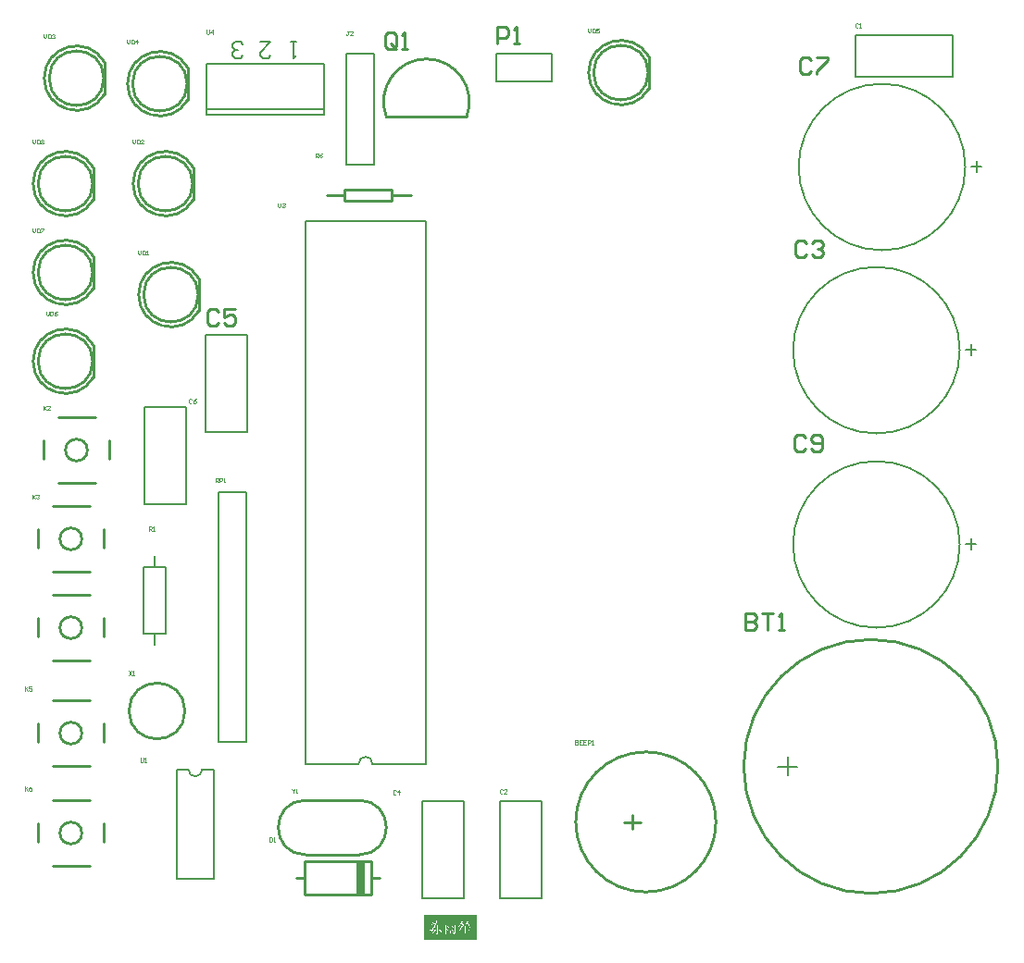
<source format=gto>
%FSLAX25Y25*%
%MOIN*%
G70*
G01*
G75*
%ADD10C,0.01200*%
%ADD11C,0.02500*%
%ADD12C,0.05800*%
%ADD13R,0.05600X0.05600*%
%ADD14C,0.07087*%
%ADD15C,0.04724*%
%ADD16C,0.07874*%
%ADD17R,0.07874X0.07874*%
%ADD18C,0.05512*%
%ADD19R,0.09843X0.07087*%
%ADD20O,0.09843X0.07087*%
%ADD21C,0.07087*%
%ADD22R,0.05906X0.05906*%
%ADD23C,0.05906*%
%ADD24R,0.07874X0.07874*%
%ADD25R,0.04724X0.04724*%
%ADD26C,0.08200*%
%ADD27R,0.05906X0.05906*%
%ADD28R,0.09843X0.07874*%
%ADD29O,0.09843X0.07874*%
%ADD30C,0.05000*%
%ADD31C,0.06000*%
%ADD32C,0.01000*%
%ADD33C,0.00787*%
%ADD34C,0.00600*%
%ADD35C,0.00300*%
%ADD36C,0.00591*%
G36*
X180304Y-48568D02*
X160994D01*
Y-39642D01*
X180304D01*
Y-48568D01*
D02*
G37*
%LPC*%
G36*
X166475Y-44637D02*
X166434Y-44701D01*
X166598Y-44853D01*
X166738Y-45006D01*
X166855Y-45146D01*
X166955Y-45281D01*
X166996Y-45339D01*
X167031Y-45392D01*
X167060Y-45444D01*
X167083Y-45485D01*
X167101Y-45514D01*
X167113Y-45538D01*
X167124Y-45555D01*
Y-45561D01*
X167154Y-45626D01*
X167177Y-45678D01*
X167200Y-45725D01*
X167224Y-45766D01*
X167247Y-45801D01*
X167271Y-45830D01*
X167306Y-45871D01*
X167335Y-45900D01*
X167358Y-45912D01*
X167370Y-45918D01*
X167376D01*
X167387Y-45912D01*
X167399Y-45900D01*
X167423Y-45871D01*
X167446Y-45836D01*
X167452Y-45830D01*
Y-45825D01*
X167481Y-45760D01*
X167499Y-45702D01*
X167505Y-45678D01*
Y-45661D01*
Y-45655D01*
Y-45649D01*
X167499Y-45585D01*
X167481Y-45520D01*
X167452Y-45456D01*
X167423Y-45403D01*
X167387Y-45351D01*
X167364Y-45316D01*
X167341Y-45286D01*
X167335Y-45281D01*
X167300Y-45239D01*
X167247Y-45193D01*
X167194Y-45146D01*
X167130Y-45093D01*
X166990Y-44988D01*
X166843Y-44883D01*
X166703Y-44789D01*
X166639Y-44748D01*
X166586Y-44707D01*
X166539Y-44678D01*
X166504Y-44655D01*
X166481Y-44643D01*
X166475Y-44637D01*
D02*
G37*
G36*
X170950Y-44690D02*
X170944D01*
X170903Y-44748D01*
X170974Y-44818D01*
X171044Y-44883D01*
X171155Y-45006D01*
X171248Y-45105D01*
X171325Y-45193D01*
X171383Y-45263D01*
X171418Y-45316D01*
X171442Y-45345D01*
X171447Y-45357D01*
X171471Y-45403D01*
X171494Y-45438D01*
X171518Y-45468D01*
X171535Y-45485D01*
X171553Y-45497D01*
X171564Y-45503D01*
X171576D01*
X171594Y-45497D01*
X171605Y-45485D01*
X171635Y-45450D01*
X171652Y-45415D01*
X171658Y-45403D01*
Y-45397D01*
X171681Y-45321D01*
X171693Y-45263D01*
X171699Y-45239D01*
Y-45222D01*
Y-45216D01*
Y-45210D01*
X171693Y-45164D01*
X171676Y-45117D01*
X171652Y-45076D01*
X171629Y-45041D01*
X171599Y-45011D01*
X171576Y-44988D01*
X171558Y-44976D01*
X171553Y-44970D01*
X171523Y-44947D01*
X171483Y-44924D01*
X171395Y-44877D01*
X171295Y-44830D01*
X171196Y-44783D01*
X171096Y-44748D01*
X171055Y-44730D01*
X171020Y-44719D01*
X170985Y-44707D01*
X170962Y-44695D01*
X170950Y-44690D01*
D02*
G37*
G36*
X165574Y-41642D02*
X165562Y-41694D01*
X165551Y-41759D01*
X165515Y-41888D01*
X165474Y-42028D01*
X165434Y-42168D01*
X165393Y-42291D01*
X165375Y-42344D01*
X165357Y-42391D01*
X165340Y-42432D01*
X165334Y-42461D01*
X165322Y-42478D01*
Y-42484D01*
X164422D01*
X164609Y-42671D01*
X164697Y-42648D01*
X164784Y-42636D01*
X164872Y-42625D01*
X164948Y-42613D01*
X165012D01*
X165065Y-42607D01*
X165281D01*
X165194Y-42823D01*
X165147Y-42923D01*
X165106Y-43016D01*
X165071Y-43104D01*
X165036Y-43186D01*
X165001Y-43262D01*
X164971Y-43327D01*
X164942Y-43391D01*
X164919Y-43444D01*
X164901Y-43490D01*
X164884Y-43525D01*
X164866Y-43555D01*
X164854Y-43578D01*
X164849Y-43590D01*
Y-43596D01*
X164813Y-43660D01*
X164784Y-43724D01*
X164749Y-43777D01*
X164720Y-43824D01*
X164661Y-43906D01*
X164609Y-43964D01*
X164568Y-44005D01*
X164533Y-44034D01*
X164509Y-44046D01*
X164503Y-44052D01*
X164778Y-44327D01*
X164925Y-44134D01*
X165890D01*
Y-45900D01*
X165884Y-45941D01*
X165878Y-45971D01*
X165866Y-45994D01*
X165855Y-46012D01*
X165825Y-46029D01*
X165820Y-46035D01*
X165796D01*
X165761Y-46041D01*
X165720Y-46035D01*
X165673D01*
X165615Y-46029D01*
X165556Y-46023D01*
X165428Y-46006D01*
X165305Y-45988D01*
X165246Y-45983D01*
X165200Y-45977D01*
X165153Y-45971D01*
X165124Y-45965D01*
X165100Y-45959D01*
X165094D01*
Y-46041D01*
X165182Y-46064D01*
X165258Y-46094D01*
X165334Y-46129D01*
X165399Y-46164D01*
X165457Y-46205D01*
X165510Y-46240D01*
X165556Y-46281D01*
X165597Y-46316D01*
X165668Y-46392D01*
X165708Y-46450D01*
X165726Y-46468D01*
X165738Y-46486D01*
X165744Y-46497D01*
Y-46503D01*
X165837Y-46456D01*
X165913Y-46409D01*
X165972Y-46374D01*
X166013Y-46339D01*
X166048Y-46310D01*
X166065Y-46287D01*
X166077Y-46275D01*
X166083Y-46269D01*
X166106Y-46228D01*
X166130Y-46176D01*
X166147Y-46076D01*
X166153Y-46029D01*
X166159Y-45994D01*
Y-45971D01*
Y-45959D01*
Y-44134D01*
X167505D01*
X167148Y-43759D01*
X166896Y-44011D01*
X166159D01*
Y-43321D01*
X166305Y-43192D01*
X165866Y-43005D01*
X165872Y-43169D01*
X165878Y-43338D01*
X165884Y-43508D01*
X165890Y-43666D01*
Y-43736D01*
Y-43806D01*
Y-43865D01*
Y-43911D01*
Y-43953D01*
Y-43988D01*
Y-44005D01*
Y-44011D01*
X164925D01*
X165042Y-43783D01*
X165159Y-43543D01*
X165270Y-43309D01*
X165322Y-43198D01*
X165369Y-43087D01*
X165410Y-42987D01*
X165451Y-42900D01*
X165486Y-42812D01*
X165515Y-42742D01*
X165539Y-42689D01*
X165556Y-42642D01*
X165568Y-42619D01*
X165574Y-42607D01*
X167458D01*
X167107Y-42233D01*
X166855Y-42484D01*
X165615D01*
X165656Y-42396D01*
X165691Y-42320D01*
X165726Y-42250D01*
X165761Y-42186D01*
X165796Y-42133D01*
X165825Y-42086D01*
X165855Y-42045D01*
X165884Y-42010D01*
X165931Y-41958D01*
X165966Y-41923D01*
X165989Y-41905D01*
X165995Y-41899D01*
X165574Y-41642D01*
D02*
G37*
G36*
X174659Y-43344D02*
X174612Y-43508D01*
X174560Y-43660D01*
X174501Y-43800D01*
X174454Y-43923D01*
X174431Y-43976D01*
X174407Y-44029D01*
X174390Y-44069D01*
X174372Y-44105D01*
X174355Y-44134D01*
X174349Y-44157D01*
X174337Y-44169D01*
Y-44175D01*
X174267Y-44309D01*
X174203Y-44426D01*
X174144Y-44526D01*
X174098Y-44602D01*
X174062Y-44666D01*
X174033Y-44707D01*
X174016Y-44736D01*
X174010Y-44742D01*
X173963Y-44813D01*
X173910Y-44877D01*
X173858Y-44947D01*
X173805Y-45011D01*
X173764Y-45064D01*
X173729Y-45105D01*
X173700Y-45134D01*
X173694Y-45146D01*
X173758Y-45187D01*
X173822Y-45134D01*
X173893Y-45076D01*
X173963Y-45011D01*
X174027Y-44947D01*
X174086Y-44888D01*
X174127Y-44842D01*
X174156Y-44813D01*
X174168Y-44801D01*
X174255Y-44701D01*
X174337Y-44608D01*
X174407Y-44514D01*
X174472Y-44432D01*
X174524Y-44362D01*
X174560Y-44309D01*
X174589Y-44274D01*
X174595Y-44268D01*
Y-44262D01*
X175835D01*
Y-45058D01*
X174449D01*
X174642Y-45245D01*
X174729Y-45222D01*
X174817Y-45210D01*
X174899Y-45199D01*
X174975Y-45187D01*
X175039D01*
X175092Y-45181D01*
X175835D01*
Y-46099D01*
X173507D01*
X173694Y-46287D01*
X173869Y-46251D01*
X173957Y-46240D01*
X174033Y-46234D01*
X174098Y-46228D01*
X178304D01*
X177906Y-45789D01*
X177531Y-46099D01*
X176127D01*
Y-45181D01*
X177654D01*
X177280Y-44783D01*
X176964Y-45058D01*
X176127D01*
Y-44262D01*
X177994D01*
X177596Y-43824D01*
X177256Y-44140D01*
X176127D01*
Y-43824D01*
X176356Y-43678D01*
X175812Y-43449D01*
X175817Y-43596D01*
X175823Y-43730D01*
X175829Y-43853D01*
X175835Y-43953D01*
Y-44029D01*
Y-44093D01*
Y-44110D01*
Y-44128D01*
Y-44134D01*
Y-44140D01*
X174642D01*
X174706Y-44034D01*
X174764Y-43947D01*
X174817Y-43871D01*
X174858Y-43812D01*
X174893Y-43765D01*
X174917Y-43730D01*
X174928Y-43707D01*
X174934Y-43701D01*
X175121Y-43637D01*
X174659Y-43344D01*
D02*
G37*
G36*
X165176Y-44450D02*
X165129Y-44584D01*
X165065Y-44719D01*
X164989Y-44853D01*
X164913Y-44982D01*
X164843Y-45093D01*
X164813Y-45140D01*
X164784Y-45181D01*
X164767Y-45216D01*
X164749Y-45239D01*
X164737Y-45257D01*
X164732Y-45263D01*
X164603Y-45432D01*
X164474Y-45590D01*
X164346Y-45725D01*
X164234Y-45848D01*
X164182Y-45900D01*
X164135Y-45947D01*
X164088Y-45988D01*
X164053Y-46018D01*
X164024Y-46047D01*
X164000Y-46064D01*
X163989Y-46076D01*
X163983Y-46082D01*
X164000Y-46164D01*
X164111Y-46105D01*
X164223Y-46029D01*
X164340Y-45941D01*
X164457Y-45848D01*
X164579Y-45743D01*
X164697Y-45632D01*
X164808Y-45520D01*
X164913Y-45409D01*
X165018Y-45298D01*
X165112Y-45193D01*
X165194Y-45099D01*
X165264Y-45017D01*
X165322Y-44947D01*
X165369Y-44894D01*
X165393Y-44859D01*
X165404Y-44848D01*
X165597Y-44742D01*
X165176Y-44450D01*
D02*
G37*
G36*
X169230Y-44602D02*
X169224D01*
X169207Y-44666D01*
X169330Y-44795D01*
X169435Y-44912D01*
X169517Y-45023D01*
X169581Y-45111D01*
X169628Y-45187D01*
X169663Y-45245D01*
X169681Y-45281D01*
X169687Y-45286D01*
Y-45292D01*
X169716Y-45351D01*
X169739Y-45392D01*
X169763Y-45421D01*
X169780Y-45438D01*
X169798Y-45450D01*
X169809Y-45462D01*
X169815D01*
X169833Y-45456D01*
X169844Y-45444D01*
X169880Y-45403D01*
X169903Y-45362D01*
X169909Y-45351D01*
Y-45345D01*
X169938Y-45263D01*
X169956Y-45199D01*
X169962Y-45175D01*
Y-45158D01*
Y-45152D01*
Y-45146D01*
X169956Y-45099D01*
X169944Y-45058D01*
X169921Y-45011D01*
X169897Y-44976D01*
X169874Y-44947D01*
X169850Y-44924D01*
X169839Y-44906D01*
X169833Y-44900D01*
X169804Y-44877D01*
X169774Y-44848D01*
X169733Y-44824D01*
X169687Y-44801D01*
X169587Y-44748D01*
X169482Y-44701D01*
X169382Y-44660D01*
X169341Y-44643D01*
X169300Y-44631D01*
X169271Y-44619D01*
X169248Y-44608D01*
X169230Y-44602D01*
D02*
G37*
G36*
X174595Y-41688D02*
X174536Y-41870D01*
X174472Y-42045D01*
X174407Y-42203D01*
X174349Y-42350D01*
X174320Y-42414D01*
X174291Y-42472D01*
X174267Y-42525D01*
X174249Y-42566D01*
X174232Y-42601D01*
X174220Y-42625D01*
X174209Y-42642D01*
Y-42648D01*
X174109Y-42823D01*
X174004Y-42999D01*
X173893Y-43163D01*
X173787Y-43309D01*
X173741Y-43373D01*
X173694Y-43438D01*
X173653Y-43490D01*
X173618Y-43531D01*
X173589Y-43572D01*
X173565Y-43596D01*
X173553Y-43613D01*
X173548Y-43619D01*
X173612Y-43683D01*
X173705Y-43602D01*
X173799Y-43514D01*
X173887Y-43426D01*
X173963Y-43344D01*
X174033Y-43274D01*
X174080Y-43221D01*
X174103Y-43198D01*
X174115Y-43180D01*
X174127Y-43174D01*
Y-43169D01*
X174220Y-43058D01*
X174302Y-42958D01*
X174372Y-42864D01*
X174431Y-42783D01*
X174478Y-42718D01*
X174507Y-42671D01*
X174530Y-42642D01*
X174536Y-42630D01*
X174805D01*
X174823Y-42654D01*
X174846Y-42689D01*
X174870Y-42730D01*
X174893Y-42771D01*
X174917Y-42812D01*
X174934Y-42847D01*
X174946Y-42864D01*
X174952Y-42876D01*
X175022Y-43028D01*
X175051Y-43098D01*
X175074Y-43163D01*
X175098Y-43221D01*
X175110Y-43262D01*
X175121Y-43291D01*
Y-43303D01*
X175127Y-43344D01*
X175139Y-43379D01*
X175151Y-43403D01*
X175162Y-43426D01*
X175180Y-43461D01*
X175203Y-43473D01*
X175226Y-43479D01*
X175238D01*
X175250Y-43473D01*
X175256D01*
X175320Y-43420D01*
X175367Y-43362D01*
X175379Y-43338D01*
X175390Y-43315D01*
X175402Y-43303D01*
Y-43297D01*
X175420Y-43256D01*
X175431Y-43221D01*
X175443Y-43192D01*
X175449Y-43169D01*
X175455Y-43145D01*
Y-43134D01*
X175449Y-43098D01*
X175437Y-43069D01*
X175402Y-42999D01*
X175384Y-42970D01*
X175367Y-42946D01*
X175355Y-42935D01*
X175349Y-42929D01*
X175303Y-42876D01*
X175244Y-42829D01*
X175180Y-42777D01*
X175110Y-42730D01*
X175051Y-42689D01*
X174998Y-42660D01*
X174963Y-42636D01*
X174957Y-42630D01*
X176104D01*
X175747Y-42233D01*
X175455Y-42507D01*
X174595D01*
X174647Y-42426D01*
X174694Y-42344D01*
X174741Y-42268D01*
X174776Y-42203D01*
X174805Y-42145D01*
X174829Y-42104D01*
X174840Y-42081D01*
X174846Y-42069D01*
X175057Y-41981D01*
X174595Y-41688D01*
D02*
G37*
G36*
X172430Y-41811D02*
X172161Y-42127D01*
X168282D01*
X168470Y-42314D01*
X168558Y-42291D01*
X168645Y-42279D01*
X168733Y-42268D01*
X168809Y-42256D01*
X168873D01*
X168926Y-42250D01*
X170359D01*
Y-43011D01*
X168973D01*
X168663Y-42841D01*
X168669Y-42952D01*
Y-43075D01*
Y-43210D01*
X168675Y-43350D01*
Y-43648D01*
Y-43795D01*
X168680Y-43941D01*
Y-44081D01*
Y-44210D01*
Y-44327D01*
Y-44426D01*
Y-44514D01*
Y-44549D01*
Y-44578D01*
Y-44602D01*
Y-44619D01*
Y-44625D01*
Y-44631D01*
Y-44853D01*
Y-45064D01*
Y-45257D01*
Y-45432D01*
X168675Y-45590D01*
Y-45737D01*
Y-45865D01*
Y-45983D01*
X168669Y-46082D01*
Y-46170D01*
Y-46240D01*
Y-46298D01*
X168663Y-46339D01*
Y-46374D01*
Y-46392D01*
Y-46398D01*
X168973Y-46228D01*
Y-43134D01*
X170359D01*
Y-43479D01*
Y-43812D01*
Y-44128D01*
X170353Y-44426D01*
Y-44707D01*
Y-44970D01*
X170348Y-45210D01*
Y-45432D01*
Y-45632D01*
X170342Y-45725D01*
Y-45807D01*
Y-45883D01*
Y-45959D01*
Y-46023D01*
Y-46082D01*
Y-46135D01*
X170336Y-46181D01*
Y-46222D01*
Y-46257D01*
Y-46281D01*
Y-46298D01*
Y-46310D01*
Y-46316D01*
X170652Y-46146D01*
X170646Y-45930D01*
Y-45696D01*
X170640Y-45450D01*
Y-45199D01*
X170634Y-44701D01*
Y-44456D01*
Y-44216D01*
X170628Y-43993D01*
Y-43789D01*
Y-43695D01*
Y-43607D01*
Y-43525D01*
Y-43444D01*
Y-43379D01*
Y-43315D01*
Y-43262D01*
Y-43215D01*
Y-43180D01*
Y-43157D01*
Y-43139D01*
Y-43134D01*
X172056D01*
Y-45713D01*
Y-45748D01*
X172050Y-45784D01*
X172021Y-45830D01*
X171980Y-45871D01*
X171933Y-45889D01*
X171880Y-45906D01*
X171834Y-45912D01*
X171793D01*
X171687Y-45906D01*
X171582Y-45900D01*
X171488Y-45895D01*
X171401Y-45889D01*
X171325Y-45883D01*
X171272D01*
X171248Y-45877D01*
X171219D01*
Y-45965D01*
X171336Y-45988D01*
X171436Y-46018D01*
X171523Y-46053D01*
X171599Y-46088D01*
X171664Y-46123D01*
X171716Y-46158D01*
X171757Y-46199D01*
X171798Y-46234D01*
X171828Y-46275D01*
X171845Y-46310D01*
X171874Y-46369D01*
X171880Y-46386D01*
X171886Y-46404D01*
Y-46415D01*
Y-46421D01*
X171974Y-46392D01*
X172044Y-46357D01*
X172108Y-46316D01*
X172161Y-46263D01*
X172208Y-46216D01*
X172249Y-46158D01*
X172278Y-46105D01*
X172301Y-46053D01*
X172331Y-45947D01*
X172337Y-45900D01*
X172343Y-45860D01*
X172348Y-45825D01*
Y-45801D01*
Y-45784D01*
Y-45778D01*
Y-43198D01*
X172518Y-43052D01*
X172161Y-42783D01*
X172015Y-43011D01*
X170628D01*
Y-42250D01*
X172810D01*
X172430Y-41811D01*
D02*
G37*
G36*
X164275D02*
X164065Y-42022D01*
X163293D01*
X162994Y-41835D01*
Y-41888D01*
X163000Y-41946D01*
Y-42010D01*
Y-42081D01*
X163006Y-42239D01*
Y-42408D01*
X163012Y-42589D01*
Y-42777D01*
Y-42970D01*
X163018Y-43157D01*
Y-43338D01*
Y-43514D01*
Y-43672D01*
Y-43806D01*
Y-43871D01*
Y-43923D01*
Y-43970D01*
Y-44011D01*
Y-44046D01*
Y-44069D01*
Y-44081D01*
Y-44087D01*
Y-44403D01*
Y-44690D01*
Y-44959D01*
X163012Y-45204D01*
Y-45427D01*
Y-45632D01*
X163006Y-45813D01*
Y-45977D01*
Y-46117D01*
X163000Y-46240D01*
Y-46339D01*
Y-46421D01*
X162994Y-46486D01*
Y-46532D01*
Y-46556D01*
Y-46567D01*
X163293Y-46398D01*
Y-42145D01*
X164088D01*
X163690Y-43490D01*
X163766Y-43578D01*
X163831Y-43660D01*
X163889Y-43742D01*
X163936Y-43818D01*
X163983Y-43894D01*
X164018Y-43964D01*
X164076Y-44093D01*
X164094Y-44151D01*
X164111Y-44198D01*
X164123Y-44245D01*
X164135Y-44280D01*
X164141Y-44309D01*
X164147Y-44333D01*
Y-44344D01*
Y-44350D01*
X164152Y-44420D01*
X164158Y-44485D01*
Y-44543D01*
Y-44596D01*
X164152Y-44643D01*
Y-44678D01*
X164141Y-44742D01*
X164123Y-44789D01*
X164111Y-44818D01*
X164100Y-44836D01*
X164094Y-44842D01*
X164059Y-44871D01*
X164018Y-44894D01*
X163977Y-44912D01*
X163942Y-44924D01*
X163907Y-44930D01*
X163877Y-44935D01*
X163854D01*
X163784Y-44930D01*
X163708Y-44924D01*
X163632Y-44912D01*
X163556Y-44894D01*
X163486Y-44877D01*
X163427Y-44865D01*
X163404Y-44859D01*
X163386D01*
X163380Y-44853D01*
X163374D01*
X163351Y-44935D01*
X163421Y-44965D01*
X163486Y-44994D01*
X163544Y-45029D01*
X163597Y-45064D01*
X163684Y-45140D01*
X163755Y-45210D01*
X163801Y-45275D01*
X163831Y-45327D01*
X163848Y-45362D01*
X163854Y-45368D01*
Y-45374D01*
X163924Y-45345D01*
X163983Y-45310D01*
X164094Y-45245D01*
X164176Y-45187D01*
X164240Y-45134D01*
X164293Y-45087D01*
X164322Y-45046D01*
X164340Y-45023D01*
X164346Y-45017D01*
X164386Y-44947D01*
X164416Y-44877D01*
X164439Y-44807D01*
X164457Y-44742D01*
X164462Y-44690D01*
X164468Y-44649D01*
X164474Y-44625D01*
Y-44614D01*
Y-44526D01*
X164457Y-44438D01*
X164439Y-44356D01*
X164410Y-44280D01*
X164386Y-44210D01*
X164363Y-44157D01*
X164346Y-44122D01*
X164340Y-44116D01*
Y-44110D01*
X164275Y-43999D01*
X164193Y-43894D01*
X164111Y-43789D01*
X164024Y-43695D01*
X163942Y-43613D01*
X163877Y-43549D01*
X163848Y-43525D01*
X163831Y-43508D01*
X163819Y-43496D01*
X163813Y-43490D01*
X164381Y-42192D01*
X164550Y-42086D01*
X164275Y-41811D01*
D02*
G37*
G36*
X169277Y-43408D02*
X169271D01*
X169224Y-43473D01*
X169347Y-43602D01*
X169453Y-43718D01*
X169540Y-43830D01*
X169611Y-43917D01*
X169663Y-43993D01*
X169698Y-44052D01*
X169722Y-44087D01*
X169728Y-44093D01*
Y-44099D01*
X169757Y-44163D01*
X169786Y-44204D01*
X169815Y-44239D01*
X169833Y-44262D01*
X169850Y-44274D01*
X169862Y-44280D01*
X169874Y-44286D01*
X169885Y-44280D01*
X169897Y-44268D01*
X169926Y-44222D01*
X169944Y-44181D01*
X169956Y-44169D01*
Y-44163D01*
X169979Y-44116D01*
X169991Y-44075D01*
X170002Y-44040D01*
X170014Y-44011D01*
Y-43988D01*
X170020Y-43964D01*
Y-43958D01*
Y-43953D01*
X170014Y-43911D01*
X169997Y-43871D01*
X169973Y-43835D01*
X169950Y-43800D01*
X169921Y-43771D01*
X169897Y-43748D01*
X169880Y-43730D01*
X169874Y-43724D01*
X169844Y-43701D01*
X169804Y-43672D01*
X169716Y-43619D01*
X169616Y-43566D01*
X169517Y-43520D01*
X169423Y-43473D01*
X169382Y-43455D01*
X169347Y-43438D01*
X169312Y-43426D01*
X169289Y-43414D01*
X169277Y-43408D01*
D02*
G37*
G36*
X170950Y-43449D02*
X170944D01*
X170903Y-43514D01*
X171032Y-43648D01*
X171143Y-43771D01*
X171231Y-43876D01*
X171307Y-43964D01*
X171360Y-44040D01*
X171395Y-44093D01*
X171418Y-44128D01*
X171424Y-44134D01*
Y-44140D01*
X171447Y-44186D01*
X171471Y-44222D01*
X171494Y-44251D01*
X171512Y-44268D01*
X171529Y-44280D01*
X171541Y-44286D01*
X171553D01*
X171570Y-44280D01*
X171582Y-44268D01*
X171611Y-44222D01*
X171629Y-44181D01*
X171635Y-44169D01*
Y-44163D01*
X171646Y-44116D01*
X171658Y-44081D01*
X171664Y-44046D01*
X171670Y-44023D01*
X171676Y-43999D01*
Y-43988D01*
Y-43976D01*
X171670Y-43923D01*
X171652Y-43876D01*
X171623Y-43830D01*
X171599Y-43795D01*
X171570Y-43765D01*
X171541Y-43742D01*
X171523Y-43730D01*
X171518Y-43724D01*
X171488Y-43701D01*
X171447Y-43683D01*
X171365Y-43637D01*
X171272Y-43590D01*
X171172Y-43549D01*
X171085Y-43508D01*
X171014Y-43479D01*
X170985Y-43467D01*
X170962Y-43455D01*
X170950Y-43449D01*
D02*
G37*
G36*
X176648Y-41665D02*
X176601Y-41800D01*
X176554Y-41946D01*
X176496Y-42081D01*
X176443Y-42209D01*
X176391Y-42320D01*
X176373Y-42367D01*
X176350Y-42408D01*
X176338Y-42437D01*
X176326Y-42461D01*
X176315Y-42478D01*
Y-42484D01*
X176221Y-42654D01*
X176122Y-42818D01*
X176022Y-42964D01*
X175923Y-43098D01*
X175882Y-43151D01*
X175841Y-43204D01*
X175800Y-43251D01*
X175771Y-43291D01*
X175741Y-43321D01*
X175724Y-43344D01*
X175712Y-43356D01*
X175706Y-43362D01*
X175747Y-43426D01*
X175928Y-43286D01*
X176086Y-43139D01*
X176227Y-43005D01*
X176291Y-42935D01*
X176344Y-42876D01*
X176397Y-42818D01*
X176437Y-42765D01*
X176478Y-42724D01*
X176508Y-42683D01*
X176531Y-42648D01*
X176554Y-42625D01*
X176560Y-42613D01*
X176566Y-42607D01*
X176882D01*
X176981Y-42747D01*
X177063Y-42870D01*
X177128Y-42987D01*
X177180Y-43087D01*
X177216Y-43169D01*
X177239Y-43227D01*
X177245Y-43251D01*
X177251Y-43268D01*
X177256Y-43274D01*
Y-43280D01*
X177280Y-43350D01*
X177309Y-43403D01*
X177332Y-43438D01*
X177356Y-43461D01*
X177374Y-43479D01*
X177391Y-43485D01*
X177397Y-43490D01*
X177403D01*
X177420Y-43485D01*
X177438Y-43479D01*
X177479Y-43449D01*
X177508Y-43420D01*
X177514Y-43414D01*
X177520Y-43408D01*
X177543Y-43373D01*
X177567Y-43332D01*
X177584Y-43256D01*
X177590Y-43221D01*
X177596Y-43192D01*
Y-43174D01*
Y-43169D01*
X177590Y-43110D01*
X177572Y-43058D01*
X177543Y-43011D01*
X177520Y-42970D01*
X177490Y-42935D01*
X177461Y-42911D01*
X177444Y-42894D01*
X177438Y-42888D01*
X177374Y-42841D01*
X177303Y-42788D01*
X177233Y-42742D01*
X177163Y-42701D01*
X177099Y-42660D01*
X177052Y-42630D01*
X177017Y-42613D01*
X177011Y-42607D01*
X178263D01*
X177865Y-42192D01*
X177549Y-42484D01*
X176630D01*
X176677Y-42408D01*
X176724Y-42332D01*
X176771Y-42256D01*
X176812Y-42180D01*
X176847Y-42121D01*
X176876Y-42069D01*
X176894Y-42034D01*
X176900Y-42028D01*
Y-42022D01*
X177093Y-41940D01*
X176648Y-41665D01*
D02*
G37*
%LPD*%
D32*
X41842Y160000D02*
G03*
X41842Y160000I-9843J0D01*
G01*
X42058Y165807D02*
G03*
X42058Y154193I-10058J-5807D01*
G01*
X39937Y128000D02*
G03*
X39937Y128000I-3937J0D01*
G01*
X37937Y96000D02*
G03*
X37937Y96000I-3937J0D01*
G01*
X137713Y-17842D02*
G03*
X137713Y1843I0J9843D01*
G01*
X118500D02*
G03*
X118500Y-17842I0J-9843D01*
G01*
X37937Y64000D02*
G03*
X37937Y64000I-3937J0D01*
G01*
X266239Y-6000D02*
G03*
X266239Y-6000I-25239J0D01*
G01*
X176433Y248028D02*
G03*
X147576Y248005I-14433J5472D01*
G01*
X79843Y184000D02*
G03*
X79843Y184000I-9843J0D01*
G01*
X80058Y189807D02*
G03*
X80058Y178193I-10058J-5807D01*
G01*
X77842Y224000D02*
G03*
X77842Y224000I-9843J0D01*
G01*
X78058Y229807D02*
G03*
X78058Y218193I-10058J-5807D01*
G01*
X45842Y262000D02*
G03*
X45842Y262000I-9843J0D01*
G01*
X46058Y267807D02*
G03*
X46058Y256193I-10058J-5807D01*
G01*
X75842Y260000D02*
G03*
X75842Y260000I-9843J0D01*
G01*
X76058Y265807D02*
G03*
X76058Y254193I-10058J-5807D01*
G01*
X241843Y264000D02*
G03*
X241843Y264000I-9843J0D01*
G01*
X242058Y269807D02*
G03*
X242058Y258193I-10058J-5807D01*
G01*
X41842Y192000D02*
G03*
X41842Y192000I-9843J0D01*
G01*
X42058Y197807D02*
G03*
X42058Y186193I-10058J-5807D01*
G01*
X41842Y224000D02*
G03*
X41842Y224000I-9843J0D01*
G01*
X42058Y229807D02*
G03*
X42058Y218193I-10058J-5807D01*
G01*
X37937Y26000D02*
G03*
X37937Y26000I-3937J0D01*
G01*
Y-10000D02*
G03*
X37937Y-10000I-3937J0D01*
G01*
X367763Y14000D02*
G03*
X367763Y14000I-45763J0D01*
G01*
X75062Y34000D02*
G03*
X75062Y34000I-10062J0D01*
G01*
X42058Y154193D02*
Y165807D01*
X24189Y124850D02*
Y131543D01*
X47811Y124850D02*
Y131543D01*
X29307Y116189D02*
X42693D01*
X29307Y139811D02*
X42693D01*
X22189Y92850D02*
Y99543D01*
X45811Y92850D02*
Y99543D01*
X27307Y84189D02*
X40693D01*
X27307Y107811D02*
X40693D01*
X132500Y218000D02*
X149500D01*
X132500Y222000D02*
X149500D01*
Y218000D02*
Y222000D01*
X150000Y220000D02*
X156500D01*
X126000D02*
X132500D01*
Y218000D02*
Y222000D01*
X118500Y-17843D02*
X137713D01*
X118500Y1843D02*
X137713D01*
X22189Y60850D02*
Y67543D01*
X45811Y60850D02*
Y67543D01*
X27307Y52189D02*
X40693D01*
X27307Y75811D02*
X40693D01*
X139276Y-32000D02*
Y-20000D01*
X138276Y-32000D02*
Y-20000D01*
X137276Y-32000D02*
Y-20000D01*
X115276Y-26000D02*
X118276D01*
X142276D02*
X145276D01*
X118276Y-32000D02*
Y-20000D01*
Y-32000D02*
X142276D01*
Y-20000D01*
X118276D02*
X142276D01*
X233000Y-6000D02*
X239000D01*
X236000Y-8500D02*
Y-3500D01*
X147576Y248005D02*
X176495D01*
X80058Y178193D02*
Y189807D01*
X78058Y218193D02*
Y229807D01*
X46058Y256193D02*
Y267807D01*
X76058Y254193D02*
Y265807D01*
X242058Y258193D02*
Y269807D01*
X42058Y186193D02*
Y197807D01*
Y218193D02*
Y229807D01*
X22189Y22850D02*
Y29543D01*
X45811Y22850D02*
Y29543D01*
X27307Y14189D02*
X40693D01*
X27307Y37811D02*
X40693D01*
X22189Y-13150D02*
Y-6457D01*
X45811Y-13150D02*
Y-6457D01*
X27307Y-21811D02*
X40693D01*
X27307Y1811D02*
X40693D01*
X298599Y132398D02*
X297599Y133398D01*
X295600D01*
X294600Y132398D01*
Y128400D01*
X295600Y127400D01*
X297599D01*
X298599Y128400D01*
X300598D02*
X301598Y127400D01*
X303597D01*
X304597Y128400D01*
Y132398D01*
X303597Y133398D01*
X301598D01*
X300598Y132398D01*
Y131399D01*
X301598Y130399D01*
X304597D01*
X300599Y268398D02*
X299599Y269398D01*
X297600D01*
X296600Y268398D01*
Y264400D01*
X297600Y263400D01*
X299599D01*
X300599Y264400D01*
X302598Y269398D02*
X306597D01*
Y268398D01*
X302598Y264400D01*
Y263400D01*
X151049Y273450D02*
Y277448D01*
X150049Y278448D01*
X148050D01*
X147050Y277448D01*
Y273450D01*
X148050Y272450D01*
X150049D01*
X149049Y274449D02*
X151049Y272450D01*
X150049D02*
X151049Y273450D01*
X153048Y272450D02*
X155047D01*
X154048D01*
Y278448D01*
X153048Y277448D01*
X298649Y202348D02*
X297649Y203348D01*
X295650D01*
X294650Y202348D01*
Y198350D01*
X295650Y197350D01*
X297649D01*
X298649Y198350D01*
X300648Y202348D02*
X301648Y203348D01*
X303647D01*
X304647Y202348D01*
Y201349D01*
X303647Y200349D01*
X302647D01*
X303647D01*
X304647Y199349D01*
Y198350D01*
X303647Y197350D01*
X301648D01*
X300648Y198350D01*
X87149Y177848D02*
X86149Y178848D01*
X84150D01*
X83150Y177848D01*
Y173850D01*
X84150Y172850D01*
X86149D01*
X87149Y173850D01*
X93147Y178848D02*
X89148D01*
Y175849D01*
X91147Y176849D01*
X92147D01*
X93147Y175849D01*
Y173850D01*
X92147Y172850D01*
X90148D01*
X89148Y173850D01*
X187600Y274400D02*
Y280398D01*
X190599D01*
X191599Y279398D01*
Y277399D01*
X190599Y276399D01*
X187600D01*
X193598Y274400D02*
X195597D01*
X194598D01*
Y280398D01*
X193598Y279398D01*
X276750Y69248D02*
Y63250D01*
X279749D01*
X280749Y64250D01*
Y65249D01*
X279749Y66249D01*
X276750D01*
X279749D01*
X280749Y67249D01*
Y68248D01*
X279749Y69248D01*
X276750D01*
X282748D02*
X286747D01*
X284747D01*
Y63250D01*
X288746D02*
X290745D01*
X289746D01*
Y69248D01*
X288746Y68248D01*
D33*
X142618Y14921D02*
G03*
X137539Y14921I-2539J0D01*
G01*
X354000Y94000D02*
G03*
X354000Y94000I-30000J0D01*
G01*
X356000Y230000D02*
G03*
X356000Y230000I-30000J0D01*
G01*
X354000Y164000D02*
G03*
X354000Y164000I-30000J0D01*
G01*
X76303Y12921D02*
G03*
X81224Y12921I2461J0D01*
G01*
X60500Y143500D02*
X75500D01*
Y108500D02*
Y143500D01*
X60500Y108500D02*
X75500D01*
X60500D02*
Y143500D01*
X87000Y23000D02*
Y113000D01*
Y23000D02*
X97000D01*
Y113000D01*
X87000D02*
X97000D01*
X64000Y86000D02*
Y90000D01*
Y58000D02*
Y62000D01*
X68000D02*
Y86000D01*
X60000D02*
X68000D01*
X60000Y62000D02*
Y86000D01*
Y62000D02*
X68000D01*
X142618Y14921D02*
X161791D01*
X118366D02*
X137539D01*
X118366D02*
Y210500D01*
X161791D01*
Y14921D02*
Y210500D01*
X133000Y271000D02*
X143000D01*
Y231000D02*
Y271000D01*
X133000Y231000D02*
Y271000D01*
Y231000D02*
X143000D01*
X160500Y1500D02*
X175500D01*
Y-33500D02*
Y1500D01*
X160500Y-33500D02*
X175500D01*
X160500D02*
Y1500D01*
X316500Y262500D02*
Y277500D01*
X351500D01*
Y262500D02*
Y277500D01*
X316500Y262500D02*
X351500D01*
X188500Y-33500D02*
X203500D01*
X188500D02*
Y1500D01*
X203500D01*
Y-33500D02*
Y1500D01*
X82937Y248779D02*
Y267283D01*
X125063Y248779D02*
Y267283D01*
X82937D02*
X125063D01*
X82937Y248779D02*
X125063D01*
X82937Y250748D02*
X125063D01*
X82500Y169500D02*
X97500D01*
Y134500D02*
Y169500D01*
X82500Y134500D02*
X97500D01*
X82500D02*
Y169500D01*
X187000Y271000D02*
X207000D01*
X187000Y261000D02*
Y271000D01*
Y261000D02*
X207000D01*
Y271000D01*
X72209Y12921D02*
X76303D01*
X81224D02*
X85319D01*
Y-26449D02*
Y12921D01*
X72209Y-26449D02*
X85319D01*
X72209D02*
Y12921D01*
D34*
X292000Y11000D02*
Y17500D01*
X288500Y14000D02*
X295500D01*
D35*
X25000Y177999D02*
Y177000D01*
X25500Y176500D01*
X26000Y177000D01*
Y177999D01*
X26500D02*
Y176500D01*
X27249D01*
X27499Y176750D01*
Y177750D01*
X27249Y177999D01*
X26500D01*
X28999D02*
X28499Y177750D01*
X27999Y177250D01*
Y176750D01*
X28249Y176500D01*
X28749D01*
X28999Y176750D01*
Y177000D01*
X28749Y177250D01*
X27999D01*
X24000Y144000D02*
Y142500D01*
Y143000D01*
X25000Y144000D01*
X24250Y143250D01*
X25000Y142500D01*
X26499D02*
X25499D01*
X26499Y143500D01*
Y143750D01*
X26249Y144000D01*
X25749D01*
X25499Y143750D01*
X77500Y146250D02*
X77250Y146500D01*
X76750D01*
X76500Y146250D01*
Y145250D01*
X76750Y145000D01*
X77250D01*
X77500Y145250D01*
X78999Y146500D02*
X78499Y146250D01*
X78000Y145750D01*
Y145250D01*
X78249Y145000D01*
X78749D01*
X78999Y145250D01*
Y145500D01*
X78749Y145750D01*
X78000D01*
X86000Y116500D02*
Y117999D01*
X86750D01*
X87000Y117750D01*
Y117250D01*
X86750Y117000D01*
X86000D01*
X86500D02*
X87000Y116500D01*
X87499D02*
Y117999D01*
X88249D01*
X88499Y117750D01*
Y117250D01*
X88249Y117000D01*
X87499D01*
X88999Y116500D02*
X89499D01*
X89249D01*
Y117999D01*
X88999Y117750D01*
X62000Y99000D02*
Y100499D01*
X62750D01*
X63000Y100250D01*
Y99750D01*
X62750Y99500D01*
X62000D01*
X62500D02*
X63000Y99000D01*
X63499D02*
X63999D01*
X63749D01*
Y100499D01*
X63499Y100250D01*
X20000Y111999D02*
Y110500D01*
Y111000D01*
X21000Y111999D01*
X20250Y111250D01*
X21000Y110500D01*
X21499Y111750D02*
X21749Y111999D01*
X22249D01*
X22499Y111750D01*
Y111500D01*
X22249Y111250D01*
X21999D01*
X22249D01*
X22499Y111000D01*
Y110750D01*
X22249Y110500D01*
X21749D01*
X21499Y110750D01*
X108500Y217000D02*
Y215750D01*
X108750Y215500D01*
X109250D01*
X109500Y215750D01*
Y217000D01*
X110000Y216750D02*
X110249Y217000D01*
X110749D01*
X110999Y216750D01*
Y216500D01*
X110749Y216250D01*
X110499D01*
X110749D01*
X110999Y216000D01*
Y215750D01*
X110749Y215500D01*
X110249D01*
X110000Y215750D01*
X122000Y233500D02*
Y234999D01*
X122750D01*
X123000Y234750D01*
Y234250D01*
X122750Y234000D01*
X122000D01*
X122500D02*
X123000Y233500D01*
X124499Y234999D02*
X123999Y234750D01*
X123500Y234250D01*
Y233750D01*
X123749Y233500D01*
X124249D01*
X124499Y233750D01*
Y234000D01*
X124249Y234250D01*
X123500D01*
X134000Y278999D02*
X133500D01*
X133750D01*
Y277750D01*
X133500Y277500D01*
X133250D01*
X133000Y277750D01*
X135499Y277500D02*
X134500D01*
X135499Y278500D01*
Y278750D01*
X135249Y278999D01*
X134749D01*
X134500Y278750D01*
X151000Y5250D02*
X150750Y5500D01*
X150250D01*
X150000Y5250D01*
Y4250D01*
X150250Y4000D01*
X150750D01*
X151000Y4250D01*
X152249Y4000D02*
Y5500D01*
X151499Y4750D01*
X152499D01*
X113500Y5999D02*
Y5750D01*
X114000Y5250D01*
X114500Y5750D01*
Y5999D01*
X114000Y5250D02*
Y4500D01*
X114999D02*
X115499D01*
X115249D01*
Y5999D01*
X114999Y5750D01*
X105500Y-11501D02*
Y-13000D01*
X106250D01*
X106500Y-12750D01*
Y-11750D01*
X106250Y-11501D01*
X105500D01*
X107000Y-13000D02*
X107499D01*
X107249D01*
Y-11501D01*
X107000Y-11750D01*
X215600Y23499D02*
Y22000D01*
X216350D01*
X216600Y22250D01*
Y22500D01*
X216350Y22750D01*
X215600D01*
X216350D01*
X216600Y23000D01*
Y23250D01*
X216350Y23499D01*
X215600D01*
X218099D02*
X217099D01*
Y22000D01*
X218099D01*
X217099Y22750D02*
X217599D01*
X219599Y23499D02*
X218599D01*
Y22000D01*
X219599D01*
X218599Y22750D02*
X219099D01*
X220099Y22000D02*
Y23499D01*
X220848D01*
X221098Y23250D01*
Y22750D01*
X220848Y22500D01*
X220099D01*
X221598Y22000D02*
X222098D01*
X221848D01*
Y23499D01*
X221598Y23250D01*
X317400Y281450D02*
X317150Y281699D01*
X316650D01*
X316400Y281450D01*
Y280450D01*
X316650Y280200D01*
X317150D01*
X317400Y280450D01*
X317899Y280200D02*
X318399D01*
X318149D01*
Y281699D01*
X317899Y281450D01*
X189400Y5450D02*
X189150Y5700D01*
X188650D01*
X188400Y5450D01*
Y4450D01*
X188650Y4200D01*
X189150D01*
X189400Y4450D01*
X190899Y4200D02*
X189900D01*
X190899Y5200D01*
Y5450D01*
X190649Y5700D01*
X190149D01*
X189900Y5450D01*
X82800Y279399D02*
Y278150D01*
X83050Y277900D01*
X83550D01*
X83800Y278150D01*
Y279399D01*
X85049Y277900D02*
Y279399D01*
X84299Y278650D01*
X85299D01*
X58200Y199899D02*
Y198900D01*
X58700Y198400D01*
X59200Y198900D01*
Y199899D01*
X59699D02*
Y198400D01*
X60449D01*
X60699Y198650D01*
Y199650D01*
X60449Y199899D01*
X59699D01*
X61199Y198400D02*
X61699D01*
X61449D01*
Y199899D01*
X61199Y199650D01*
X56200Y239899D02*
Y238900D01*
X56700Y238400D01*
X57200Y238900D01*
Y239899D01*
X57700D02*
Y238400D01*
X58449D01*
X58699Y238650D01*
Y239650D01*
X58449Y239899D01*
X57700D01*
X60199Y238400D02*
X59199D01*
X60199Y239400D01*
Y239650D01*
X59949Y239899D01*
X59449D01*
X59199Y239650D01*
X24200Y277900D02*
Y276900D01*
X24700Y276400D01*
X25200Y276900D01*
Y277900D01*
X25699D02*
Y276400D01*
X26449D01*
X26699Y276650D01*
Y277650D01*
X26449Y277900D01*
X25699D01*
X27199Y277650D02*
X27449Y277900D01*
X27949D01*
X28199Y277650D01*
Y277400D01*
X27949Y277150D01*
X27699D01*
X27949D01*
X28199Y276900D01*
Y276650D01*
X27949Y276400D01*
X27449D01*
X27199Y276650D01*
X54200Y275900D02*
Y274900D01*
X54700Y274400D01*
X55200Y274900D01*
Y275900D01*
X55699D02*
Y274400D01*
X56449D01*
X56699Y274650D01*
Y275650D01*
X56449Y275900D01*
X55699D01*
X57949Y274400D02*
Y275900D01*
X57199Y275150D01*
X58199D01*
X220200Y279900D02*
Y278900D01*
X220700Y278400D01*
X221200Y278900D01*
Y279900D01*
X221700D02*
Y278400D01*
X222449D01*
X222699Y278650D01*
Y279650D01*
X222449Y279900D01*
X221700D01*
X224199D02*
X223199D01*
Y279150D01*
X223699Y279400D01*
X223949D01*
X224199Y279150D01*
Y278650D01*
X223949Y278400D01*
X223449D01*
X223199Y278650D01*
X20200Y207899D02*
Y206900D01*
X20700Y206400D01*
X21200Y206900D01*
Y207899D01*
X21700D02*
Y206400D01*
X22449D01*
X22699Y206650D01*
Y207650D01*
X22449Y207899D01*
X21700D01*
X23199D02*
X24199D01*
Y207650D01*
X23199Y206650D01*
Y206400D01*
X20200Y239899D02*
Y238900D01*
X20700Y238400D01*
X21200Y238900D01*
Y239899D01*
X21700D02*
Y238400D01*
X22449D01*
X22699Y238650D01*
Y239650D01*
X22449Y239899D01*
X21700D01*
X23199Y239650D02*
X23449Y239899D01*
X23949D01*
X24199Y239650D01*
Y239400D01*
X23949Y239150D01*
X24199Y238900D01*
Y238650D01*
X23949Y238400D01*
X23449D01*
X23199Y238650D01*
Y238900D01*
X23449Y239150D01*
X23199Y239400D01*
Y239650D01*
X23449Y239150D02*
X23949D01*
X17400Y42799D02*
Y41300D01*
Y41800D01*
X18400Y42799D01*
X17650Y42050D01*
X18400Y41300D01*
X19899Y42799D02*
X18900D01*
Y42050D01*
X19399Y42300D01*
X19649D01*
X19899Y42050D01*
Y41550D01*
X19649Y41300D01*
X19149D01*
X18900Y41550D01*
X17400Y6799D02*
Y5300D01*
Y5800D01*
X18400Y6799D01*
X17650Y6050D01*
X18400Y5300D01*
X19899Y6799D02*
X19399Y6550D01*
X18900Y6050D01*
Y5550D01*
X19149Y5300D01*
X19649D01*
X19899Y5550D01*
Y5800D01*
X19649Y6050D01*
X18900D01*
X59000Y17099D02*
Y15850D01*
X59250Y15600D01*
X59750D01*
X60000Y15850D01*
Y17099D01*
X60500Y15600D02*
X60999D01*
X60749D01*
Y17099D01*
X60500Y16850D01*
X54700Y48399D02*
X55700Y46900D01*
Y48399D02*
X54700Y46900D01*
X56200D02*
X56699D01*
X56449D01*
Y48399D01*
X56200Y48150D01*
D36*
X356015Y94051D02*
X359951D01*
X357983Y96019D02*
Y92083D01*
X358015Y230051D02*
X361951D01*
X359983Y232019D02*
Y228083D01*
X356015Y164051D02*
X359951D01*
X357983Y166019D02*
Y162083D01*
X95969Y270139D02*
X94985Y269156D01*
X93017D01*
X92033Y270139D01*
Y271123D01*
X93017Y272107D01*
X94001D01*
X93017D01*
X92033Y273091D01*
Y274075D01*
X93017Y275059D01*
X94985D01*
X95969Y274075D01*
X114984Y275059D02*
X113016D01*
X114000D01*
Y269156D01*
X114984Y270139D01*
X102033Y275059D02*
X105968D01*
X102033Y271123D01*
Y270139D01*
X103017Y269156D01*
X104985D01*
X105968Y270139D01*
M02*

</source>
